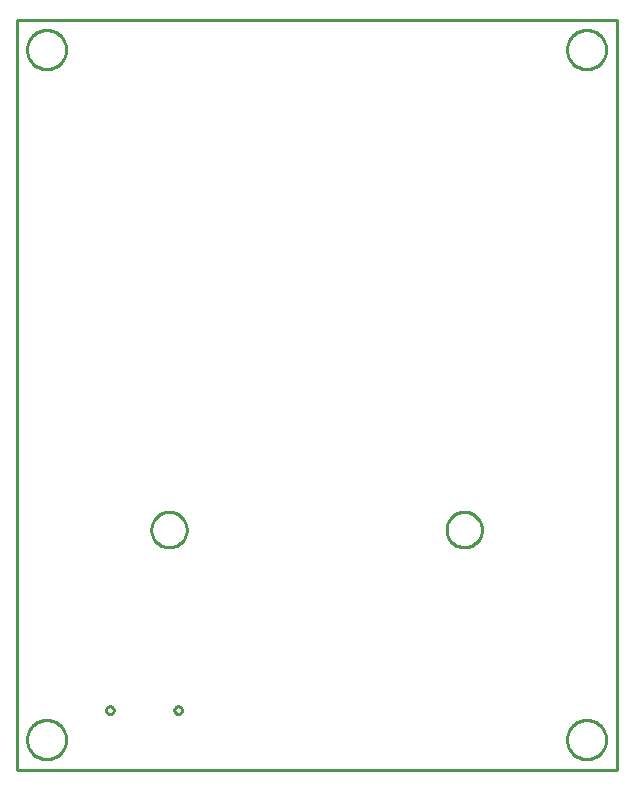
<source format=gbr>
G04 EAGLE Gerber RS-274X export*
G75*
%MOMM*%
%FSLAX34Y34*%
%LPD*%
%IN*%
%IPPOS*%
%AMOC8*
5,1,8,0,0,1.08239X$1,22.5*%
G01*
%ADD10C,0.254000*%


D10*
X0Y0D02*
X508000Y0D01*
X508000Y635000D01*
X0Y635000D01*
X0Y0D01*
X82300Y50107D02*
X82244Y49685D01*
X82134Y49273D01*
X81971Y48879D01*
X81758Y48511D01*
X81499Y48173D01*
X81197Y47871D01*
X80859Y47612D01*
X80491Y47399D01*
X80097Y47236D01*
X79685Y47126D01*
X79263Y47070D01*
X78837Y47070D01*
X78415Y47126D01*
X78003Y47236D01*
X77609Y47399D01*
X77241Y47612D01*
X76903Y47871D01*
X76601Y48173D01*
X76342Y48511D01*
X76129Y48879D01*
X75966Y49273D01*
X75856Y49685D01*
X75800Y50107D01*
X75800Y50533D01*
X75856Y50955D01*
X75966Y51367D01*
X76129Y51761D01*
X76342Y52129D01*
X76601Y52467D01*
X76903Y52769D01*
X77241Y53028D01*
X77609Y53241D01*
X78003Y53404D01*
X78415Y53514D01*
X78837Y53570D01*
X79263Y53570D01*
X79685Y53514D01*
X80097Y53404D01*
X80491Y53241D01*
X80859Y53028D01*
X81197Y52769D01*
X81499Y52467D01*
X81758Y52129D01*
X81971Y51761D01*
X82134Y51367D01*
X82244Y50955D01*
X82300Y50533D01*
X82300Y50107D01*
X140100Y50107D02*
X140044Y49685D01*
X139934Y49273D01*
X139771Y48879D01*
X139558Y48511D01*
X139299Y48173D01*
X138997Y47871D01*
X138659Y47612D01*
X138291Y47399D01*
X137897Y47236D01*
X137485Y47126D01*
X137063Y47070D01*
X136637Y47070D01*
X136215Y47126D01*
X135803Y47236D01*
X135409Y47399D01*
X135041Y47612D01*
X134703Y47871D01*
X134401Y48173D01*
X134142Y48511D01*
X133929Y48879D01*
X133766Y49273D01*
X133656Y49685D01*
X133600Y50107D01*
X133600Y50533D01*
X133656Y50955D01*
X133766Y51367D01*
X133929Y51761D01*
X134142Y52129D01*
X134401Y52467D01*
X134703Y52769D01*
X135041Y53028D01*
X135409Y53241D01*
X135803Y53404D01*
X136215Y53514D01*
X136637Y53570D01*
X137063Y53570D01*
X137485Y53514D01*
X137897Y53404D01*
X138291Y53241D01*
X138659Y53028D01*
X138997Y52769D01*
X139299Y52467D01*
X139558Y52129D01*
X139771Y51761D01*
X139934Y51367D01*
X140044Y50955D01*
X140100Y50533D01*
X140100Y50107D01*
X41910Y24860D02*
X41839Y23781D01*
X41698Y22709D01*
X41487Y21649D01*
X41208Y20605D01*
X40860Y19581D01*
X40446Y18583D01*
X39968Y17613D01*
X39428Y16677D01*
X38827Y15778D01*
X38169Y14921D01*
X37457Y14108D01*
X36692Y13344D01*
X35879Y12631D01*
X35022Y11973D01*
X34123Y11372D01*
X33187Y10832D01*
X32217Y10354D01*
X31219Y9940D01*
X30195Y9592D01*
X29151Y9313D01*
X28091Y9102D01*
X27019Y8961D01*
X25940Y8890D01*
X24860Y8890D01*
X23781Y8961D01*
X22709Y9102D01*
X21649Y9313D01*
X20605Y9592D01*
X19581Y9940D01*
X18583Y10354D01*
X17613Y10832D01*
X16677Y11372D01*
X15778Y11973D01*
X14921Y12631D01*
X14108Y13344D01*
X13344Y14108D01*
X12631Y14921D01*
X11973Y15778D01*
X11372Y16677D01*
X10832Y17613D01*
X10354Y18583D01*
X9940Y19581D01*
X9592Y20605D01*
X9313Y21649D01*
X9102Y22709D01*
X8961Y23781D01*
X8890Y24860D01*
X8890Y25940D01*
X8961Y27019D01*
X9102Y28091D01*
X9313Y29151D01*
X9592Y30195D01*
X9940Y31219D01*
X10354Y32217D01*
X10832Y33187D01*
X11372Y34123D01*
X11973Y35022D01*
X12631Y35879D01*
X13344Y36692D01*
X14108Y37457D01*
X14921Y38169D01*
X15778Y38827D01*
X16677Y39428D01*
X17613Y39968D01*
X18583Y40446D01*
X19581Y40860D01*
X20605Y41208D01*
X21649Y41487D01*
X22709Y41698D01*
X23781Y41839D01*
X24860Y41910D01*
X25940Y41910D01*
X27019Y41839D01*
X28091Y41698D01*
X29151Y41487D01*
X30195Y41208D01*
X31219Y40860D01*
X32217Y40446D01*
X33187Y39968D01*
X34123Y39428D01*
X35022Y38827D01*
X35879Y38169D01*
X36692Y37457D01*
X37457Y36692D01*
X38169Y35879D01*
X38827Y35022D01*
X39428Y34123D01*
X39968Y33187D01*
X40446Y32217D01*
X40860Y31219D01*
X41208Y30195D01*
X41487Y29151D01*
X41698Y28091D01*
X41839Y27019D01*
X41910Y25940D01*
X41910Y24860D01*
X499110Y24860D02*
X499039Y23781D01*
X498898Y22709D01*
X498687Y21649D01*
X498408Y20605D01*
X498060Y19581D01*
X497646Y18583D01*
X497168Y17613D01*
X496628Y16677D01*
X496027Y15778D01*
X495369Y14921D01*
X494657Y14108D01*
X493892Y13344D01*
X493079Y12631D01*
X492222Y11973D01*
X491323Y11372D01*
X490387Y10832D01*
X489417Y10354D01*
X488419Y9940D01*
X487395Y9592D01*
X486351Y9313D01*
X485291Y9102D01*
X484219Y8961D01*
X483140Y8890D01*
X482060Y8890D01*
X480981Y8961D01*
X479909Y9102D01*
X478849Y9313D01*
X477805Y9592D01*
X476781Y9940D01*
X475783Y10354D01*
X474813Y10832D01*
X473877Y11372D01*
X472978Y11973D01*
X472121Y12631D01*
X471308Y13344D01*
X470544Y14108D01*
X469831Y14921D01*
X469173Y15778D01*
X468572Y16677D01*
X468032Y17613D01*
X467554Y18583D01*
X467140Y19581D01*
X466792Y20605D01*
X466513Y21649D01*
X466302Y22709D01*
X466161Y23781D01*
X466090Y24860D01*
X466090Y25940D01*
X466161Y27019D01*
X466302Y28091D01*
X466513Y29151D01*
X466792Y30195D01*
X467140Y31219D01*
X467554Y32217D01*
X468032Y33187D01*
X468572Y34123D01*
X469173Y35022D01*
X469831Y35879D01*
X470544Y36692D01*
X471308Y37457D01*
X472121Y38169D01*
X472978Y38827D01*
X473877Y39428D01*
X474813Y39968D01*
X475783Y40446D01*
X476781Y40860D01*
X477805Y41208D01*
X478849Y41487D01*
X479909Y41698D01*
X480981Y41839D01*
X482060Y41910D01*
X483140Y41910D01*
X484219Y41839D01*
X485291Y41698D01*
X486351Y41487D01*
X487395Y41208D01*
X488419Y40860D01*
X489417Y40446D01*
X490387Y39968D01*
X491323Y39428D01*
X492222Y38827D01*
X493079Y38169D01*
X493892Y37457D01*
X494657Y36692D01*
X495369Y35879D01*
X496027Y35022D01*
X496628Y34123D01*
X497168Y33187D01*
X497646Y32217D01*
X498060Y31219D01*
X498408Y30195D01*
X498687Y29151D01*
X498898Y28091D01*
X499039Y27019D01*
X499110Y25940D01*
X499110Y24860D01*
X499110Y609060D02*
X499039Y607981D01*
X498898Y606909D01*
X498687Y605849D01*
X498408Y604805D01*
X498060Y603781D01*
X497646Y602783D01*
X497168Y601813D01*
X496628Y600877D01*
X496027Y599978D01*
X495369Y599121D01*
X494657Y598308D01*
X493892Y597544D01*
X493079Y596831D01*
X492222Y596173D01*
X491323Y595572D01*
X490387Y595032D01*
X489417Y594554D01*
X488419Y594140D01*
X487395Y593792D01*
X486351Y593513D01*
X485291Y593302D01*
X484219Y593161D01*
X483140Y593090D01*
X482060Y593090D01*
X480981Y593161D01*
X479909Y593302D01*
X478849Y593513D01*
X477805Y593792D01*
X476781Y594140D01*
X475783Y594554D01*
X474813Y595032D01*
X473877Y595572D01*
X472978Y596173D01*
X472121Y596831D01*
X471308Y597544D01*
X470544Y598308D01*
X469831Y599121D01*
X469173Y599978D01*
X468572Y600877D01*
X468032Y601813D01*
X467554Y602783D01*
X467140Y603781D01*
X466792Y604805D01*
X466513Y605849D01*
X466302Y606909D01*
X466161Y607981D01*
X466090Y609060D01*
X466090Y610140D01*
X466161Y611219D01*
X466302Y612291D01*
X466513Y613351D01*
X466792Y614395D01*
X467140Y615419D01*
X467554Y616417D01*
X468032Y617387D01*
X468572Y618323D01*
X469173Y619222D01*
X469831Y620079D01*
X470544Y620892D01*
X471308Y621657D01*
X472121Y622369D01*
X472978Y623027D01*
X473877Y623628D01*
X474813Y624168D01*
X475783Y624646D01*
X476781Y625060D01*
X477805Y625408D01*
X478849Y625687D01*
X479909Y625898D01*
X480981Y626039D01*
X482060Y626110D01*
X483140Y626110D01*
X484219Y626039D01*
X485291Y625898D01*
X486351Y625687D01*
X487395Y625408D01*
X488419Y625060D01*
X489417Y624646D01*
X490387Y624168D01*
X491323Y623628D01*
X492222Y623027D01*
X493079Y622369D01*
X493892Y621657D01*
X494657Y620892D01*
X495369Y620079D01*
X496027Y619222D01*
X496628Y618323D01*
X497168Y617387D01*
X497646Y616417D01*
X498060Y615419D01*
X498408Y614395D01*
X498687Y613351D01*
X498898Y612291D01*
X499039Y611219D01*
X499110Y610140D01*
X499110Y609060D01*
X41910Y609060D02*
X41839Y607981D01*
X41698Y606909D01*
X41487Y605849D01*
X41208Y604805D01*
X40860Y603781D01*
X40446Y602783D01*
X39968Y601813D01*
X39428Y600877D01*
X38827Y599978D01*
X38169Y599121D01*
X37457Y598308D01*
X36692Y597544D01*
X35879Y596831D01*
X35022Y596173D01*
X34123Y595572D01*
X33187Y595032D01*
X32217Y594554D01*
X31219Y594140D01*
X30195Y593792D01*
X29151Y593513D01*
X28091Y593302D01*
X27019Y593161D01*
X25940Y593090D01*
X24860Y593090D01*
X23781Y593161D01*
X22709Y593302D01*
X21649Y593513D01*
X20605Y593792D01*
X19581Y594140D01*
X18583Y594554D01*
X17613Y595032D01*
X16677Y595572D01*
X15778Y596173D01*
X14921Y596831D01*
X14108Y597544D01*
X13344Y598308D01*
X12631Y599121D01*
X11973Y599978D01*
X11372Y600877D01*
X10832Y601813D01*
X10354Y602783D01*
X9940Y603781D01*
X9592Y604805D01*
X9313Y605849D01*
X9102Y606909D01*
X8961Y607981D01*
X8890Y609060D01*
X8890Y610140D01*
X8961Y611219D01*
X9102Y612291D01*
X9313Y613351D01*
X9592Y614395D01*
X9940Y615419D01*
X10354Y616417D01*
X10832Y617387D01*
X11372Y618323D01*
X11973Y619222D01*
X12631Y620079D01*
X13344Y620892D01*
X14108Y621657D01*
X14921Y622369D01*
X15778Y623027D01*
X16677Y623628D01*
X17613Y624168D01*
X18583Y624646D01*
X19581Y625060D01*
X20605Y625408D01*
X21649Y625687D01*
X22709Y625898D01*
X23781Y626039D01*
X24860Y626110D01*
X25940Y626110D01*
X27019Y626039D01*
X28091Y625898D01*
X29151Y625687D01*
X30195Y625408D01*
X31219Y625060D01*
X32217Y624646D01*
X33187Y624168D01*
X34123Y623628D01*
X35022Y623027D01*
X35879Y622369D01*
X36692Y621657D01*
X37457Y620892D01*
X38169Y620079D01*
X38827Y619222D01*
X39428Y618323D01*
X39968Y617387D01*
X40446Y616417D01*
X40860Y615419D01*
X41208Y614395D01*
X41487Y613351D01*
X41698Y612291D01*
X41839Y611219D01*
X41910Y610140D01*
X41910Y609060D01*
X144032Y202664D02*
X143956Y201596D01*
X143803Y200535D01*
X143575Y199488D01*
X143273Y198460D01*
X142899Y197456D01*
X142454Y196481D01*
X141940Y195541D01*
X141361Y194640D01*
X140719Y193782D01*
X140017Y192972D01*
X139260Y192215D01*
X138450Y191513D01*
X137592Y190871D01*
X136691Y190292D01*
X135751Y189778D01*
X134776Y189333D01*
X133772Y188959D01*
X132744Y188657D01*
X131697Y188429D01*
X130636Y188276D01*
X129568Y188200D01*
X128496Y188200D01*
X127428Y188276D01*
X126367Y188429D01*
X125320Y188657D01*
X124292Y188959D01*
X123288Y189333D01*
X122313Y189778D01*
X121373Y190292D01*
X120472Y190871D01*
X119614Y191513D01*
X118804Y192215D01*
X118047Y192972D01*
X117345Y193782D01*
X116703Y194640D01*
X116124Y195541D01*
X115610Y196481D01*
X115165Y197456D01*
X114791Y198460D01*
X114489Y199488D01*
X114261Y200535D01*
X114108Y201596D01*
X114032Y202664D01*
X114032Y203736D01*
X114108Y204804D01*
X114261Y205865D01*
X114489Y206912D01*
X114791Y207940D01*
X115165Y208944D01*
X115610Y209919D01*
X116124Y210859D01*
X116703Y211760D01*
X117345Y212618D01*
X118047Y213428D01*
X118804Y214185D01*
X119614Y214887D01*
X120472Y215529D01*
X121373Y216108D01*
X122313Y216622D01*
X123288Y217067D01*
X124292Y217441D01*
X125320Y217743D01*
X126367Y217971D01*
X127428Y218124D01*
X128496Y218200D01*
X129568Y218200D01*
X130636Y218124D01*
X131697Y217971D01*
X132744Y217743D01*
X133772Y217441D01*
X134776Y217067D01*
X135751Y216622D01*
X136691Y216108D01*
X137592Y215529D01*
X138450Y214887D01*
X139260Y214185D01*
X140017Y213428D01*
X140719Y212618D01*
X141361Y211760D01*
X141940Y210859D01*
X142454Y209919D01*
X142899Y208944D01*
X143273Y207940D01*
X143575Y206912D01*
X143803Y205865D01*
X143956Y204804D01*
X144032Y203736D01*
X144032Y202664D01*
X394032Y202664D02*
X393956Y201596D01*
X393803Y200535D01*
X393575Y199488D01*
X393273Y198460D01*
X392899Y197456D01*
X392454Y196481D01*
X391940Y195541D01*
X391361Y194640D01*
X390719Y193782D01*
X390017Y192972D01*
X389260Y192215D01*
X388450Y191513D01*
X387592Y190871D01*
X386691Y190292D01*
X385751Y189778D01*
X384776Y189333D01*
X383772Y188959D01*
X382744Y188657D01*
X381697Y188429D01*
X380636Y188276D01*
X379568Y188200D01*
X378496Y188200D01*
X377428Y188276D01*
X376367Y188429D01*
X375320Y188657D01*
X374292Y188959D01*
X373288Y189333D01*
X372313Y189778D01*
X371373Y190292D01*
X370472Y190871D01*
X369614Y191513D01*
X368804Y192215D01*
X368047Y192972D01*
X367345Y193782D01*
X366703Y194640D01*
X366124Y195541D01*
X365610Y196481D01*
X365165Y197456D01*
X364791Y198460D01*
X364489Y199488D01*
X364261Y200535D01*
X364108Y201596D01*
X364032Y202664D01*
X364032Y203736D01*
X364108Y204804D01*
X364261Y205865D01*
X364489Y206912D01*
X364791Y207940D01*
X365165Y208944D01*
X365610Y209919D01*
X366124Y210859D01*
X366703Y211760D01*
X367345Y212618D01*
X368047Y213428D01*
X368804Y214185D01*
X369614Y214887D01*
X370472Y215529D01*
X371373Y216108D01*
X372313Y216622D01*
X373288Y217067D01*
X374292Y217441D01*
X375320Y217743D01*
X376367Y217971D01*
X377428Y218124D01*
X378496Y218200D01*
X379568Y218200D01*
X380636Y218124D01*
X381697Y217971D01*
X382744Y217743D01*
X383772Y217441D01*
X384776Y217067D01*
X385751Y216622D01*
X386691Y216108D01*
X387592Y215529D01*
X388450Y214887D01*
X389260Y214185D01*
X390017Y213428D01*
X390719Y212618D01*
X391361Y211760D01*
X391940Y210859D01*
X392454Y209919D01*
X392899Y208944D01*
X393273Y207940D01*
X393575Y206912D01*
X393803Y205865D01*
X393956Y204804D01*
X394032Y203736D01*
X394032Y202664D01*
M02*

</source>
